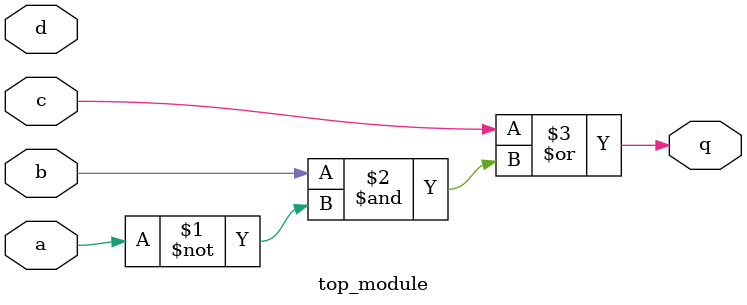
<source format=sv>
module top_module (
	input a, 
	input b, 
	input c, 
	input d,
	output q
);

assign q = c | (b & ~a);

endmodule

</source>
